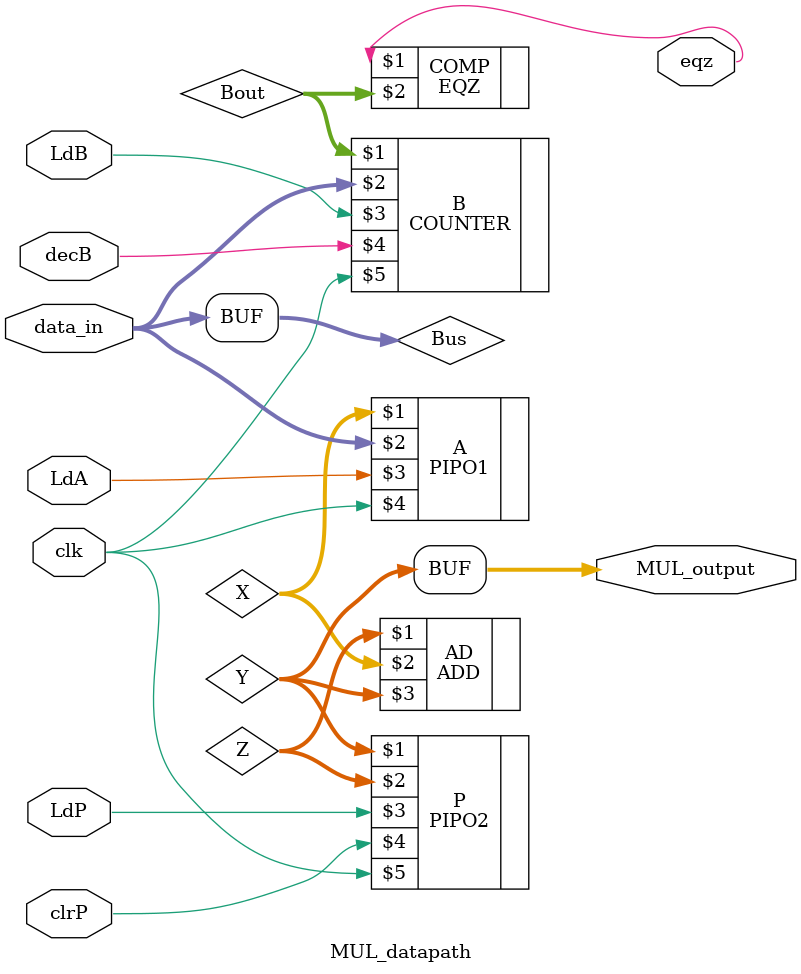
<source format=v>
/*
1.PIPO register A
2.PIPO register B
3.COUNTER B
4.ADDER
5.COMPARATOR
*/
`include "PIPO1.v"
`include "PIPO2.v"
`include "COUNTER.v"
`include "ADD.v"
`include "EQZ.v"

module MUL_datapath (output wire eqz,
                    output wire [15:0] MUL_output, 
                    input wire LdA, LdB, LdP,
                    clrP, decB, clk,
                    input wire [15:0] data_in
);

wire [15:0] X, Y, Z, Bout, Bus;

assign Bus= data_in;
assign MUL_output= Y;

PIPO1 A(X, Bus, LdA, clk);
PIPO2 P(Y, Z, LdP, clrP, clk);
COUNTER B(Bout, Bus, LdB, decB, clk);
ADD AD(Z, X, Y);
EQZ COMP(eqz, Bout);

endmodule //MUL_datapath
</source>
